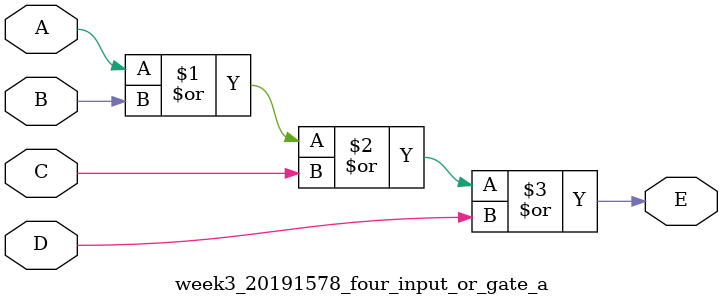
<source format=v>
`timescale 1ns / 1ps


module week3_20191578_four_input_or_gate_a(
    input A,
    input B,
    input C,
    input D,
    output E
    );
    
    assign E = A | B | C | D;
    
endmodule

</source>
